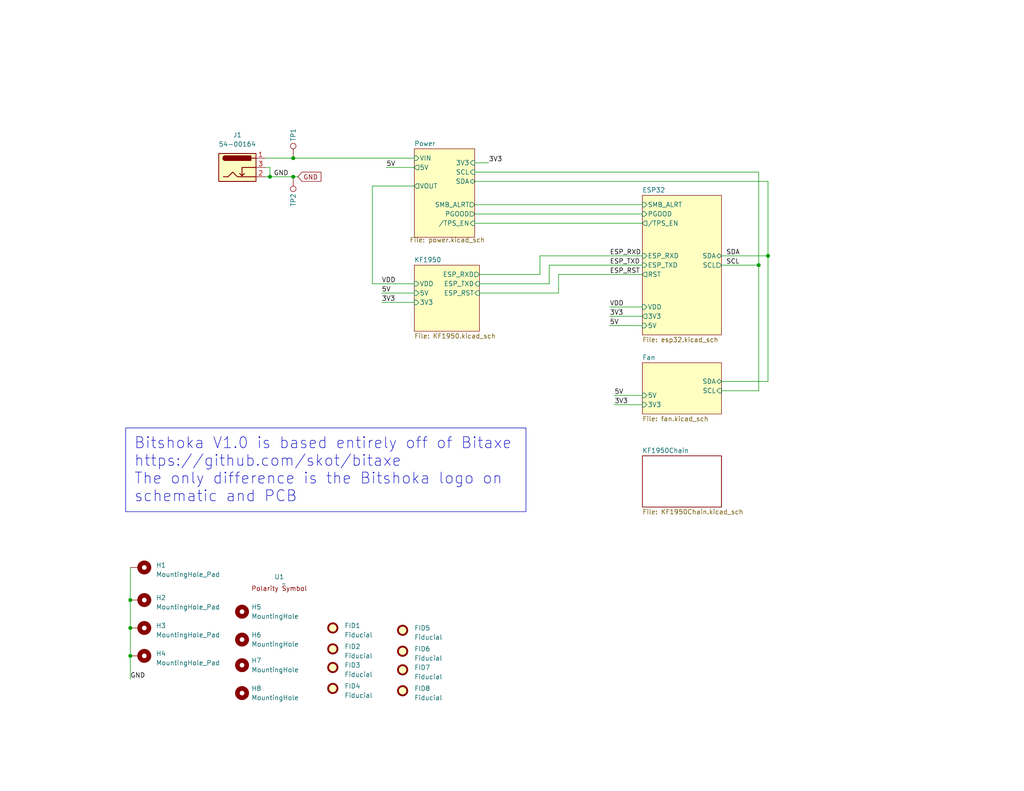
<source format=kicad_sch>
(kicad_sch (version 20250114) (generator "eeschema") (generator_version "9.0")
  (paper "A")
  (title_block (title "bitshoka") (date "2024-09-26") (rev "601"))
  (lib_symbols
    (symbol "Connector:Barrel_Jack_Switch" (pin_names (hide yes))
      (property "Reference" "J" (at 0 5.334 0))
      (property "Value" "Barrel_Jack_Switch" (at 0 -5.08 0))
      (symbol "Barrel_Jack_Switch_0_1"
        (rectangle (start -5.08 3.81) (end 5.08 -3.81) (stroke (width 0.254)) (fill (type background)))
        (polyline (pts (xy -3.81 -2.54) (xy -2.54 -2.54) (xy -1.27 -1.27) (xy 0 -2.54) (xy 2.54 -2.54) (xy 5.08 -2.54)) (stroke (width 0.254)))
        (arc (start -3.302 1.905) (mid -3.9343 2.54) (end -3.302 3.175) (stroke (width 0.254)))
        (arc (start -3.302 1.905) (mid -3.9343 2.54) (end -3.302 3.175) (stroke (width 0.254)) (fill (type outline)))
        (polyline (pts (xy 1.27 -2.286) (xy 1.905 -1.651)) (stroke (width 0.254)))
        (rectangle (start 3.683 3.175) (end -3.302 1.905) (stroke (width 0.254)) (fill (type outline)))
        (polyline (pts (xy 5.08 2.54) (xy 3.81 2.54)) (stroke (width 0.254)))
        (polyline (pts (xy 5.08 0) (xy 1.27 0) (xy 1.27 -2.286) (xy 0.635 -1.651)) (stroke (width 0.254)))
      )
      (symbol "Barrel_Jack_Switch_1_1"
        (pin passive line (at 7.62 2.54 180) (length 2.54) (name "~") (number "1"))
        (pin passive line (at 7.62 0 180) (length 2.54) (name "~") (number "3"))
        (pin passive line (at 7.62 -2.54 180) (length 2.54) (name "~") (number "2"))
      )
    )
    (symbol "Connector:TestPoint" (pin_numbers (hide yes)) (pin_names (offset 0.762) (hide yes))
      (property "Reference" "TP" (at 0 6.858 0))
      (property "Value" "TestPoint" (at 0 5.08 0))
      (symbol "TestPoint_0_1"
        (circle (center 0 3.302) (radius 0.762))
      )
      (symbol "TestPoint_1_1"
        (pin passive line (at 0 0 90) (length 2.54) (name "1") (number "1"))
      )
    )
    (symbol "Mechanical:Fiducial" (in_bom no)
      (property "Reference" "FID" (at 0 5.08 0))
      (property "Value" "Fiducial" (at 0 3.175 0))
      (symbol "Fiducial_0_1"
        (circle (center 0 0) (radius 1.27) (stroke (width 0.508)) (fill (type background)))
      )
    )
    (symbol "Mechanical:MountingHole" (pin_names (offset 1.016)) (in_bom no)
      (property "Reference" "H" (at 0 5.08 0))
      (property "Value" "MountingHole" (at 0 3.175 0))
      (symbol "MountingHole_0_1"
        (circle (center 0 0) (radius 1.27) (stroke (width 1.27)))
      )
    )
    (symbol "Mechanical:MountingHole_Pad" (pin_numbers (hide yes)) (pin_names (offset 1.016) (hide yes)) (in_bom no)
      (property "Reference" "H" (at 0 6.35 0))
      (property "Value" "MountingHole_Pad" (at 0 4.445 0))
      (symbol "MountingHole_Pad_0_1"
        (circle (center 0 1.27) (radius 1.27) (stroke (width 1.27)))
      )
      (symbol "MountingHole_Pad_1_1"
        (pin input line (at 0 -2.54 90) (length 2.54) (name "1") (number "1"))
      )
    )
    (symbol "bitaxe:polarity" (in_bom no)
      (property "Reference" "U" (at 0 0 0))
      (symbol "polarity_1_1"
        (text "Polarity Symbol" (at -1.27 -1.27 0) (effects (font (size 1.27 1.27))))
      )
    )
  )
  (text_box "Bitshoka V1.0 is based entirely off of Bitaxe\nhttps://github.com/skot/bitaxe\nThe only difference is the Bitshoka logo on schematic and PCB\n" (at 34.29 116.84 0) (size 109.22 22.86) (margins 2.25 2.25 2.25 2.25) (effects (font (size 3 3)) (justify left top)))
  (junction (at 73.66 48.26))
  (junction (at 209.55 69.85))
  (junction (at 35.56 179.07))
  (junction (at 80.01 43.18))
  (junction (at 35.56 171.45))
  (junction (at 207.01 72.39))
  (junction (at 80.01 48.26))
  (junction (at 35.56 163.83))
  (wire (pts (xy 73.66 45.72) (xy 73.66 48.26)))
  (wire (pts (xy 129.54 46.99) (xy 207.01 46.99)))
  (wire (pts (xy 196.85 72.39) (xy 207.01 72.39)))
  (wire (pts (xy 80.01 48.26) (xy 81.28 48.26)))
  (wire (pts (xy 105.41 45.72) (xy 113.03 45.72)))
  (wire (pts (xy 147.32 74.93) (xy 147.32 69.85)))
  (wire (pts (xy 130.81 77.47) (xy 149.86 77.47)))
  (wire (pts (xy 166.37 88.9) (xy 175.26 88.9)))
  (wire (pts (xy 72.39 43.18) (xy 80.01 43.18)))
  (wire (pts (xy 72.39 48.26) (xy 73.66 48.26)))
  (wire (pts (xy 167.64 110.49) (xy 175.26 110.49)))
  (wire (pts (xy 209.55 49.53) (xy 209.55 69.85)))
  (wire (pts (xy 152.4 74.93) (xy 175.26 74.93)))
  (wire (pts (xy 129.54 49.53) (xy 209.55 49.53)))
  (wire (pts (xy 73.66 48.26) (xy 80.01 48.26)))
  (wire (pts (xy 166.37 83.82) (xy 175.26 83.82)))
  (wire (pts (xy 207.01 72.39) (xy 207.01 106.68)))
  (wire (pts (xy 207.01 46.99) (xy 207.01 72.39)))
  (wire (pts (xy 196.85 69.85) (xy 209.55 69.85)))
  (wire (pts (xy 152.4 80.01) (xy 152.4 74.93)))
  (wire (pts (xy 35.56 163.83) (xy 35.56 171.45)))
  (wire (pts (xy 104.14 82.55) (xy 113.03 82.55)))
  (wire (pts (xy 130.81 74.93) (xy 147.32 74.93)))
  (wire (pts (xy 196.85 104.14) (xy 209.55 104.14)))
  (wire (pts (xy 72.39 45.72) (xy 73.66 45.72)))
  (wire (pts (xy 101.6 77.47) (xy 101.6 50.8)))
  (wire (pts (xy 149.86 77.47) (xy 149.86 72.39)))
  (wire (pts (xy 196.85 106.68) (xy 207.01 106.68)))
  (wire (pts (xy 104.14 80.01) (xy 113.03 80.01)))
  (wire (pts (xy 209.55 104.14) (xy 209.55 69.85)))
  (wire (pts (xy 129.54 58.42) (xy 175.26 58.42)))
  (wire (pts (xy 167.64 107.95) (xy 175.26 107.95)))
  (wire (pts (xy 129.54 55.88) (xy 175.26 55.88)))
  (wire (pts (xy 35.56 154.94) (xy 35.56 163.83)))
  (wire (pts (xy 35.56 179.07) (xy 35.56 185.42)))
  (wire (pts (xy 147.32 69.85) (xy 175.26 69.85)))
  (wire (pts (xy 166.37 86.36) (xy 175.26 86.36)))
  (wire (pts (xy 113.03 77.47) (xy 101.6 77.47)))
  (wire (pts (xy 101.6 50.8) (xy 113.03 50.8)))
  (wire (pts (xy 130.81 80.01) (xy 152.4 80.01)))
  (wire (pts (xy 149.86 72.39) (xy 175.26 72.39)))
  (wire (pts (xy 35.56 171.45) (xy 35.56 179.07)))
  (wire (pts (xy 80.01 43.18) (xy 113.03 43.18)))
  (wire (pts (xy 129.54 60.96) (xy 175.26 60.96)))
  (wire (pts (xy 129.54 44.45) (xy 133.35 44.45)))
  (label "VDD" (at 166.37 83.82 0))
  (label "3V3" (at 104.14 82.55 0))
  (label "ESP_RST" (at 166.37 74.93 0))
  (label "VDD" (at 104.14 77.47 0))
  (label "5V" (at 105.41 45.72 0))
  (label "5V" (at 167.64 107.95 0))
  (label "SDA" (at 198.12 69.85 0))
  (label "GND" (at 35.56 185.42 0))
  (label "ESP_RXD" (at 166.37 69.85 0))
  (label "3V3" (at 133.35 44.45 0))
  (label "3V3" (at 166.37 86.36 0))
  (label "SCL" (at 198.12 72.39 0))
  (label "5V" (at 166.37 88.9 0))
  (label "3V3" (at 167.64 110.49 0))
  (label "5V" (at 104.14 80.01 0))
  (label "GND" (at 78.74 48.26 180))
  (label "ESP_TXD" (at 166.37 72.39 0))
  (global_label "GND" (shape input) (at 81.28 48.26 0) (property "Intersheetrefs" "${INTERSHEET_REFS}" (effects (hide yes))))
  (symbol (lib_id "Mechanical:Fiducial") (at 90.805 177.165 0) (unit 1) (in_bom no)
    (property "Reference" "FID2" (at 93.98 176.53 0) (effects (justify left)))
    (property "Value" "Fiducial" (at 93.98 179.07 0) (effects (justify left)))
    (property "Footprint" "Fiducial:Fiducial_1mm_Mask2mm" (effects (hide yes)))
    (property "Description" "Fiducial Marker" (effects (hide yes)))
  )
  (symbol (lib_id "Mechanical:Fiducial") (at 90.805 182.245 0) (unit 1) (in_bom no)
    (property "Reference" "FID3" (at 93.98 181.61 0) (effects (justify left)))
    (property "Value" "Fiducial" (at 93.98 184.15 0) (effects (justify left)))
    (property "Footprint" "Fiducial:Fiducial_1mm_Mask2mm" (effects (hide yes)))
    (property "Description" "Fiducial Marker" (effects (hide yes)))
  )
  (symbol (lib_id "Mechanical:Fiducial") (at 90.805 187.96 0) (unit 1) (in_bom no)
    (property "Reference" "FID4" (at 93.98 187.325 0) (effects (justify left)))
    (property "Value" "Fiducial" (at 93.98 189.865 0) (effects (justify left)))
    (property "Footprint" "Fiducial:Fiducial_1mm_Mask2mm" (effects (hide yes)))
    (property "Description" "Fiducial Marker" (effects (hide yes)))
  )
  (symbol (lib_id "Mechanical:Fiducial") (at 109.855 177.8 0) (unit 1) (in_bom no)
    (property "Reference" "FID6" (at 113.03 177.165 0) (effects (justify left)))
    (property "Value" "Fiducial" (at 113.03 179.705 0) (effects (justify left)))
    (property "Footprint" "Fiducial:Fiducial_1mm_Mask2mm" (effects (hide yes)))
    (property "Description" "Fiducial Marker" (effects (hide yes)))
  )
  (symbol (lib_id "Connector:TestPoint") (at 80.01 43.18 0) (unit 1) (in_bom no)
    (property "Reference" "TP1" (at 80.01 36.83 90))
    (property "Value" "TestPoint" (effects (hide yes)))
    (property "Footprint" "TestPoint:TestPoint_Pad_D1.5mm" (effects (hide yes)))
    (property "Description" "test point" (effects (hide yes)))
  )
  (symbol (lib_id "Connector:TestPoint") (at 80.01 48.26 180) (unit 1) (in_bom no)
    (property "Reference" "TP2" (at 80.01 54.61 90))
    (property "Value" "TestPoint" (effects (hide yes)))
    (property "Footprint" "TestPoint:TestPoint_Pad_D1.5mm" (effects (hide yes)))
    (property "Description" "test point" (effects (hide yes)))
  )
  (symbol (lib_id "Mechanical:MountingHole") (at 66.04 189.23 0) (unit 1) (in_bom no)
    (property "Reference" "H8" (at 68.58 187.9599 0) (effects (justify left)))
    (property "Value" "MountingHole" (at 68.58 190.4999 0) (effects (justify left)))
    (property "Footprint" "MountingHole:MountingHole_3.5mm" (effects (hide yes)))
    (property "Description" "Mounting Hole without connection" (effects (hide yes)))
  )
  (symbol (lib_id "Connector:Barrel_Jack_Switch") (at 64.77 45.72 0) (unit 1)
    (property "Reference" "J1" (at 64.77 36.83 0))
    (property "Value" "54-00164" (at 64.77 39.37 0))
    (property "Footprint" "bitaxe:TENSILITY_54-00164" (effects (hide yes)))
    (property "Description" "DC Barrel Jack with an internal switch" (effects (hide yes)))
    (property "DK" "839-54-00164CT-ND" (effects (hide yes)))
    (property "PARTNO" "54-00164" (effects (hide yes)))
    (property "LCSC" "C431534" (effects (hide yes)))
  )
  (symbol (lib_id "Mechanical:MountingHole_Pad") (at 38.1 154.94 270) (unit 1) (in_bom no)
    (property "Reference" "H1" (at 42.545 154.305 90) (effects (justify left)))
    (property "Value" "MountingHole_Pad" (at 42.545 156.845 90) (effects (justify left)))
    (property "Footprint" "MountingHole:MountingHole_3mm_Pad_Via" (effects (hide yes)))
    (property "Description" "Mounting Hole with connection" (effects (hide yes)))
  )
  (symbol (lib_id "Mechanical:MountingHole") (at 66.04 181.61 0) (unit 1) (in_bom no)
    (property "Reference" "H7" (at 68.58 180.3399 0) (effects (justify left)))
    (property "Value" "MountingHole" (at 68.58 182.8799 0) (effects (justify left)))
    (property "Footprint" "MountingHole:MountingHole_3.5mm" (effects (hide yes)))
    (property "Description" "Mounting Hole without connection" (effects (hide yes)))
  )
  (symbol (lib_id "Mechanical:Fiducial") (at 90.805 171.45 0) (unit 1) (in_bom no)
    (property "Reference" "FID1" (at 93.98 170.815 0) (effects (justify left)))
    (property "Value" "Fiducial" (at 93.98 173.355 0) (effects (justify left)))
    (property "Footprint" "Fiducial:Fiducial_1mm_Mask2mm" (effects (hide yes)))
    (property "Description" "Fiducial Marker" (effects (hide yes)))
  )
  (symbol (lib_id "Mechanical:Fiducial") (at 109.855 188.595 0) (unit 1) (in_bom no)
    (property "Reference" "FID8" (at 113.03 187.96 0) (effects (justify left)))
    (property "Value" "Fiducial" (at 113.03 190.5 0) (effects (justify left)))
    (property "Footprint" "Fiducial:Fiducial_1mm_Mask2mm" (effects (hide yes)))
    (property "Description" "Fiducial Marker" (effects (hide yes)))
  )
  (symbol (lib_id "Mechanical:Fiducial") (at 109.855 172.085 0) (unit 1) (in_bom no)
    (property "Reference" "FID5" (at 113.03 171.45 0) (effects (justify left)))
    (property "Value" "Fiducial" (at 113.03 173.99 0) (effects (justify left)))
    (property "Footprint" "Fiducial:Fiducial_1mm_Mask2mm" (effects (hide yes)))
    (property "Description" "Fiducial Marker" (effects (hide yes)))
  )
  (symbol (lib_id "Mechanical:MountingHole") (at 66.04 174.625 0) (unit 1) (in_bom no)
    (property "Reference" "H6" (at 68.58 173.3549 0) (effects (justify left)))
    (property "Value" "MountingHole" (at 68.58 175.8949 0) (effects (justify left)))
    (property "Footprint" "MountingHole:MountingHole_3.5mm" (effects (hide yes)))
    (property "Description" "Mounting Hole without connection" (effects (hide yes)))
  )
  (symbol (lib_id "Mechanical:Fiducial") (at 109.855 182.88 0) (unit 1) (in_bom no)
    (property "Reference" "FID7" (at 113.03 182.245 0) (effects (justify left)))
    (property "Value" "Fiducial" (at 113.03 184.785 0) (effects (justify left)))
    (property "Footprint" "Fiducial:Fiducial_1mm_Mask2mm" (effects (hide yes)))
    (property "Description" "Fiducial Marker" (effects (hide yes)))
  )
  (symbol (lib_id "Mechanical:MountingHole") (at 66.04 167.005 0) (unit 1) (in_bom no)
    (property "Reference" "H5" (at 68.58 165.7349 0) (effects (justify left)))
    (property "Value" "MountingHole" (at 68.58 168.2749 0) (effects (justify left)))
    (property "Footprint" "MountingHole:MountingHole_3.5mm" (effects (hide yes)))
    (property "Description" "Mounting Hole without connection" (effects (hide yes)))
  )
  (symbol (lib_id "Mechanical:MountingHole_Pad") (at 38.1 171.45 270) (unit 1) (in_bom no)
    (property "Reference" "H3" (at 42.545 170.815 90) (effects (justify left)))
    (property "Value" "MountingHole_Pad" (at 42.545 173.355 90) (effects (justify left)))
    (property "Footprint" "MountingHole:MountingHole_3mm_Pad_Via" (effects (hide yes)))
    (property "Description" "Mounting Hole with connection" (effects (hide yes)))
  )
  (symbol (lib_id "Mechanical:MountingHole_Pad") (at 38.1 163.83 270) (unit 1) (in_bom no)
    (property "Reference" "H2" (at 42.545 163.195 90) (effects (justify left)))
    (property "Value" "MountingHole_Pad" (at 42.545 165.735 90) (effects (justify left)))
    (property "Footprint" "MountingHole:MountingHole_3mm_Pad_Via" (effects (hide yes)))
    (property "Description" "Mounting Hole with connection" (effects (hide yes)))
  )
  (symbol (lib_id "Mechanical:MountingHole_Pad") (at 38.1 179.07 270) (unit 1) (in_bom no)
    (property "Reference" "H4" (at 42.545 178.435 90) (effects (justify left)))
    (property "Value" "MountingHole_Pad" (at 42.545 180.975 90) (effects (justify left)))
    (property "Footprint" "MountingHole:MountingHole_3mm_Pad_Via" (effects (hide yes)))
    (property "Description" "Mounting Hole with connection" (effects (hide yes)))
  )
  (symbol (lib_id "bitaxe:polarity") (at 77.47 159.385 0) (unit 1) (in_bom no)
    (property "Reference" "U1" (at 76.2 157.48 0))
    (property "Value" "~" (at 77.47 159.385 0))
    (property "Footprint" "bitaxe:polarity" (effects (hide yes)))
  )
  (sheet (at 113.03 72.39) (size 17.78 18.034) (stroke (width 0.1524)) (fill (color 255 255 194 1.0000))
    (property "Sheetname" "KF1950" (at 113.03 71.6784 0) (effects (justify left bottom)))
    (property "Sheetfile" "KF1950.kicad_sch" (at 113.03 91.0086 0) (effects (justify left top)))
    (pin "3V3" input (at 113.03 82.55 180))
    (pin "5V" input (at 113.03 80.01 180))
    (pin "ESP_RST" input (at 130.81 80.01 0))
    (pin "ESP_RXD" output (at 130.81 74.93 0))
    (pin "ESP_TXD" input (at 130.81 77.47 0))
    (pin "VDD" input (at 113.03 77.47 180))
  )
  (sheet (at 175.26 124.46) (size 21.59 13.97) (stroke (width 0.1524))
    (property "Sheetname" "KF1950Chain" (at 175.26 123.7484 0) (effects (justify left bottom)))
    (property "Sheetfile" "KF1950Chain.kicad_sch" (at 175.26 139.0146 0) (effects (justify left top)))
  )
  (sheet (at 175.26 99.06) (size 21.59 13.97) (stroke (width 0.1524)) (fill (color 255 255 194 1.0000))
    (property "Sheetname" "Fan" (at 175.26 98.3484 0) (effects (justify left bottom)))
    (property "Sheetfile" "fan.kicad_sch" (at 175.26 113.6146 0) (effects (justify left top)))
    (pin "SDA" bidirectional (at 196.85 104.14 0))
    (pin "SCL" input (at 196.85 106.68 0))
    (pin "5V" input (at 175.26 107.95 180))
    (pin "3V3" input (at 175.26 110.49 180))
  )
  (sheet (at 113.03 40.64) (size 16.51 24.13) (stroke (width 0.1524)) (fill (color 255 255 194 1.0000))
    (property "Sheetname" "Power" (at 113.03 39.9284 0) (effects (justify left bottom)))
    (property "Sheetfile" "power.kicad_sch" (at 111.76 64.77 0) (effects (justify left top)))
    (pin "VOUT" output (at 113.03 50.8 180))
    (pin "VIN" input (at 113.03 43.18 180))
    (pin "SCL" input (at 129.54 46.99 0))
    (pin "SDA" bidirectional (at 129.54 49.53 0))
    (pin "5V" output (at 113.03 45.72 180))
    (pin "3V3" input (at 129.54 44.45 0))
    (pin "PGOOD" output (at 129.54 58.42 0))
    (pin "SMB_ALRT" output (at 129.54 55.88 0))
    (pin "{slash}TPS_EN" input (at 129.54 60.96 0))
  )
  (sheet (at 175.26 53.34) (size 21.59 38.1) (stroke (width 0.1524)) (fill (color 255 255 194 1.0000))
    (property "Sheetname" "ESP32" (at 175.26 52.6284 0) (effects (justify left bottom)))
    (property "Sheetfile" "esp32.kicad_sch" (at 175.26 92.0246 0) (effects (justify left top)))
    (pin "SDA" bidirectional (at 196.85 69.85 0))
    (pin "SCL" output (at 196.85 72.39 0))
    (pin "RST" output (at 175.26 74.93 180))
    (pin "5V" input (at 175.26 88.9 180))
    (pin "3V3" output (at 175.26 86.36 180))
    (pin "PGOOD" input (at 175.26 58.42 180))
    (pin "VDD" input (at 175.26 83.82 180))
    (pin "SMB_ALRT" input (at 175.26 55.88 180))
    (pin "ESP_RXD" input (at 175.26 69.85 180))
    (pin "ESP_TXD" input (at 175.26 72.39 180))
    (pin "{slash}TPS_EN" output (at 175.26 60.96 180))
  )
)
</source>
